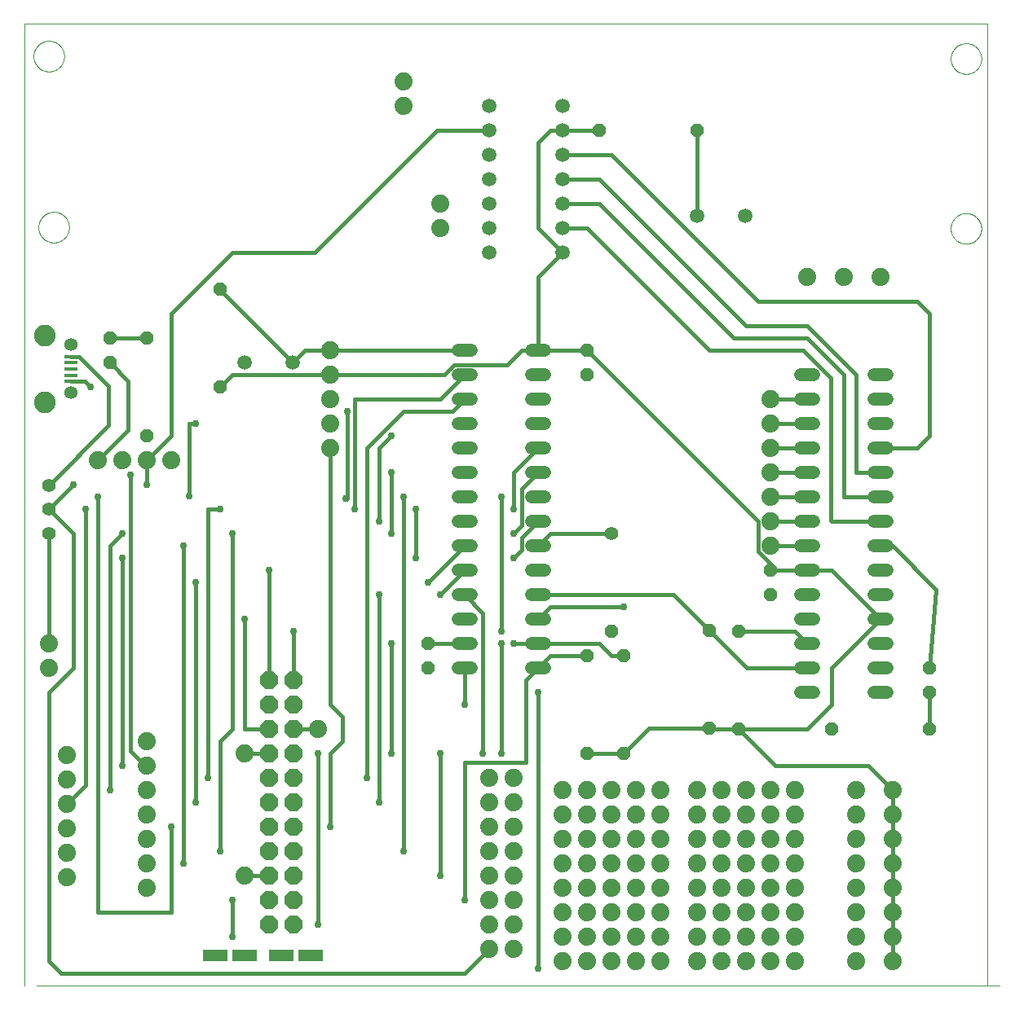
<source format=gtl>
G04 EAGLE Gerber RS-274X export*
G75*
%MOMM*%
%FSLAX34Y34*%
%LPD*%
%INTop Copper*%
%IPPOS*%
%AMOC8*
5,1,8,0,0,1.08239X$1,22.5*%
G01*
%ADD10C,0.000000*%
%ADD11C,1.320800*%
%ADD12R,1.350000X0.400000*%
%ADD13C,1.358000*%
%ADD14C,2.250000*%
%ADD15C,1.879600*%
%ADD16C,1.408000*%
%ADD17P,1.429621X8X112.500000*%
%ADD18C,1.508000*%
%ADD19P,1.429621X8X292.500000*%
%ADD20C,1.422400*%
%ADD21P,1.539592X8X292.500000*%
%ADD22P,1.429621X8X22.500000*%
%ADD23P,1.429621X8X202.500000*%
%ADD24P,2.034460X8X112.500000*%
%ADD25R,2.540000X1.270000*%
%ADD26C,0.406400*%
%ADD27C,0.756400*%


D10*
X1000000Y0D02*
X1000000Y1000000D01*
X0Y1000000D01*
X0Y0D01*
X9525Y966470D02*
X9530Y966860D01*
X9544Y967249D01*
X9568Y967638D01*
X9601Y968026D01*
X9644Y968413D01*
X9697Y968799D01*
X9759Y969184D01*
X9830Y969567D01*
X9911Y969948D01*
X10001Y970327D01*
X10100Y970704D01*
X10209Y971078D01*
X10326Y971450D01*
X10453Y971818D01*
X10589Y972183D01*
X10733Y972545D01*
X10887Y972903D01*
X11049Y973257D01*
X11220Y973608D01*
X11399Y973953D01*
X11587Y974295D01*
X11784Y974631D01*
X11988Y974963D01*
X12200Y975290D01*
X12421Y975611D01*
X12649Y975927D01*
X12885Y976237D01*
X13128Y976541D01*
X13379Y976839D01*
X13637Y977131D01*
X13903Y977416D01*
X14175Y977695D01*
X14454Y977967D01*
X14739Y978233D01*
X15031Y978491D01*
X15329Y978742D01*
X15633Y978985D01*
X15943Y979221D01*
X16259Y979449D01*
X16580Y979670D01*
X16907Y979882D01*
X17239Y980086D01*
X17575Y980283D01*
X17917Y980471D01*
X18262Y980650D01*
X18613Y980821D01*
X18967Y980983D01*
X19325Y981137D01*
X19687Y981281D01*
X20052Y981417D01*
X20420Y981544D01*
X20792Y981661D01*
X21166Y981770D01*
X21543Y981869D01*
X21922Y981959D01*
X22303Y982040D01*
X22686Y982111D01*
X23071Y982173D01*
X23457Y982226D01*
X23844Y982269D01*
X24232Y982302D01*
X24621Y982326D01*
X25010Y982340D01*
X25400Y982345D01*
X25790Y982340D01*
X26179Y982326D01*
X26568Y982302D01*
X26956Y982269D01*
X27343Y982226D01*
X27729Y982173D01*
X28114Y982111D01*
X28497Y982040D01*
X28878Y981959D01*
X29257Y981869D01*
X29634Y981770D01*
X30008Y981661D01*
X30380Y981544D01*
X30748Y981417D01*
X31113Y981281D01*
X31475Y981137D01*
X31833Y980983D01*
X32187Y980821D01*
X32538Y980650D01*
X32883Y980471D01*
X33225Y980283D01*
X33561Y980086D01*
X33893Y979882D01*
X34220Y979670D01*
X34541Y979449D01*
X34857Y979221D01*
X35167Y978985D01*
X35471Y978742D01*
X35769Y978491D01*
X36061Y978233D01*
X36346Y977967D01*
X36625Y977695D01*
X36897Y977416D01*
X37163Y977131D01*
X37421Y976839D01*
X37672Y976541D01*
X37915Y976237D01*
X38151Y975927D01*
X38379Y975611D01*
X38600Y975290D01*
X38812Y974963D01*
X39016Y974631D01*
X39213Y974295D01*
X39401Y973953D01*
X39580Y973608D01*
X39751Y973257D01*
X39913Y972903D01*
X40067Y972545D01*
X40211Y972183D01*
X40347Y971818D01*
X40474Y971450D01*
X40591Y971078D01*
X40700Y970704D01*
X40799Y970327D01*
X40889Y969948D01*
X40970Y969567D01*
X41041Y969184D01*
X41103Y968799D01*
X41156Y968413D01*
X41199Y968026D01*
X41232Y967638D01*
X41256Y967249D01*
X41270Y966860D01*
X41275Y966470D01*
X41270Y966080D01*
X41256Y965691D01*
X41232Y965302D01*
X41199Y964914D01*
X41156Y964527D01*
X41103Y964141D01*
X41041Y963756D01*
X40970Y963373D01*
X40889Y962992D01*
X40799Y962613D01*
X40700Y962236D01*
X40591Y961862D01*
X40474Y961490D01*
X40347Y961122D01*
X40211Y960757D01*
X40067Y960395D01*
X39913Y960037D01*
X39751Y959683D01*
X39580Y959332D01*
X39401Y958987D01*
X39213Y958645D01*
X39016Y958309D01*
X38812Y957977D01*
X38600Y957650D01*
X38379Y957329D01*
X38151Y957013D01*
X37915Y956703D01*
X37672Y956399D01*
X37421Y956101D01*
X37163Y955809D01*
X36897Y955524D01*
X36625Y955245D01*
X36346Y954973D01*
X36061Y954707D01*
X35769Y954449D01*
X35471Y954198D01*
X35167Y953955D01*
X34857Y953719D01*
X34541Y953491D01*
X34220Y953270D01*
X33893Y953058D01*
X33561Y952854D01*
X33225Y952657D01*
X32883Y952469D01*
X32538Y952290D01*
X32187Y952119D01*
X31833Y951957D01*
X31475Y951803D01*
X31113Y951659D01*
X30748Y951523D01*
X30380Y951396D01*
X30008Y951279D01*
X29634Y951170D01*
X29257Y951071D01*
X28878Y950981D01*
X28497Y950900D01*
X28114Y950829D01*
X27729Y950767D01*
X27343Y950714D01*
X26956Y950671D01*
X26568Y950638D01*
X26179Y950614D01*
X25790Y950600D01*
X25400Y950595D01*
X25010Y950600D01*
X24621Y950614D01*
X24232Y950638D01*
X23844Y950671D01*
X23457Y950714D01*
X23071Y950767D01*
X22686Y950829D01*
X22303Y950900D01*
X21922Y950981D01*
X21543Y951071D01*
X21166Y951170D01*
X20792Y951279D01*
X20420Y951396D01*
X20052Y951523D01*
X19687Y951659D01*
X19325Y951803D01*
X18967Y951957D01*
X18613Y952119D01*
X18262Y952290D01*
X17917Y952469D01*
X17575Y952657D01*
X17239Y952854D01*
X16907Y953058D01*
X16580Y953270D01*
X16259Y953491D01*
X15943Y953719D01*
X15633Y953955D01*
X15329Y954198D01*
X15031Y954449D01*
X14739Y954707D01*
X14454Y954973D01*
X14175Y955245D01*
X13903Y955524D01*
X13637Y955809D01*
X13379Y956101D01*
X13128Y956399D01*
X12885Y956703D01*
X12649Y957013D01*
X12421Y957329D01*
X12200Y957650D01*
X11988Y957977D01*
X11784Y958309D01*
X11587Y958645D01*
X11399Y958987D01*
X11220Y959332D01*
X11049Y959683D01*
X10887Y960037D01*
X10733Y960395D01*
X10589Y960757D01*
X10453Y961122D01*
X10326Y961490D01*
X10209Y961862D01*
X10100Y962236D01*
X10001Y962613D01*
X9911Y962992D01*
X9830Y963373D01*
X9759Y963756D01*
X9697Y964141D01*
X9644Y964527D01*
X9601Y964914D01*
X9568Y965302D01*
X9544Y965691D01*
X9530Y966080D01*
X9525Y966470D01*
X14605Y788670D02*
X14610Y789060D01*
X14624Y789449D01*
X14648Y789838D01*
X14681Y790226D01*
X14724Y790613D01*
X14777Y790999D01*
X14839Y791384D01*
X14910Y791767D01*
X14991Y792148D01*
X15081Y792527D01*
X15180Y792904D01*
X15289Y793278D01*
X15406Y793650D01*
X15533Y794018D01*
X15669Y794383D01*
X15813Y794745D01*
X15967Y795103D01*
X16129Y795457D01*
X16300Y795808D01*
X16479Y796153D01*
X16667Y796495D01*
X16864Y796831D01*
X17068Y797163D01*
X17280Y797490D01*
X17501Y797811D01*
X17729Y798127D01*
X17965Y798437D01*
X18208Y798741D01*
X18459Y799039D01*
X18717Y799331D01*
X18983Y799616D01*
X19255Y799895D01*
X19534Y800167D01*
X19819Y800433D01*
X20111Y800691D01*
X20409Y800942D01*
X20713Y801185D01*
X21023Y801421D01*
X21339Y801649D01*
X21660Y801870D01*
X21987Y802082D01*
X22319Y802286D01*
X22655Y802483D01*
X22997Y802671D01*
X23342Y802850D01*
X23693Y803021D01*
X24047Y803183D01*
X24405Y803337D01*
X24767Y803481D01*
X25132Y803617D01*
X25500Y803744D01*
X25872Y803861D01*
X26246Y803970D01*
X26623Y804069D01*
X27002Y804159D01*
X27383Y804240D01*
X27766Y804311D01*
X28151Y804373D01*
X28537Y804426D01*
X28924Y804469D01*
X29312Y804502D01*
X29701Y804526D01*
X30090Y804540D01*
X30480Y804545D01*
X30870Y804540D01*
X31259Y804526D01*
X31648Y804502D01*
X32036Y804469D01*
X32423Y804426D01*
X32809Y804373D01*
X33194Y804311D01*
X33577Y804240D01*
X33958Y804159D01*
X34337Y804069D01*
X34714Y803970D01*
X35088Y803861D01*
X35460Y803744D01*
X35828Y803617D01*
X36193Y803481D01*
X36555Y803337D01*
X36913Y803183D01*
X37267Y803021D01*
X37618Y802850D01*
X37963Y802671D01*
X38305Y802483D01*
X38641Y802286D01*
X38973Y802082D01*
X39300Y801870D01*
X39621Y801649D01*
X39937Y801421D01*
X40247Y801185D01*
X40551Y800942D01*
X40849Y800691D01*
X41141Y800433D01*
X41426Y800167D01*
X41705Y799895D01*
X41977Y799616D01*
X42243Y799331D01*
X42501Y799039D01*
X42752Y798741D01*
X42995Y798437D01*
X43231Y798127D01*
X43459Y797811D01*
X43680Y797490D01*
X43892Y797163D01*
X44096Y796831D01*
X44293Y796495D01*
X44481Y796153D01*
X44660Y795808D01*
X44831Y795457D01*
X44993Y795103D01*
X45147Y794745D01*
X45291Y794383D01*
X45427Y794018D01*
X45554Y793650D01*
X45671Y793278D01*
X45780Y792904D01*
X45879Y792527D01*
X45969Y792148D01*
X46050Y791767D01*
X46121Y791384D01*
X46183Y790999D01*
X46236Y790613D01*
X46279Y790226D01*
X46312Y789838D01*
X46336Y789449D01*
X46350Y789060D01*
X46355Y788670D01*
X46350Y788280D01*
X46336Y787891D01*
X46312Y787502D01*
X46279Y787114D01*
X46236Y786727D01*
X46183Y786341D01*
X46121Y785956D01*
X46050Y785573D01*
X45969Y785192D01*
X45879Y784813D01*
X45780Y784436D01*
X45671Y784062D01*
X45554Y783690D01*
X45427Y783322D01*
X45291Y782957D01*
X45147Y782595D01*
X44993Y782237D01*
X44831Y781883D01*
X44660Y781532D01*
X44481Y781187D01*
X44293Y780845D01*
X44096Y780509D01*
X43892Y780177D01*
X43680Y779850D01*
X43459Y779529D01*
X43231Y779213D01*
X42995Y778903D01*
X42752Y778599D01*
X42501Y778301D01*
X42243Y778009D01*
X41977Y777724D01*
X41705Y777445D01*
X41426Y777173D01*
X41141Y776907D01*
X40849Y776649D01*
X40551Y776398D01*
X40247Y776155D01*
X39937Y775919D01*
X39621Y775691D01*
X39300Y775470D01*
X38973Y775258D01*
X38641Y775054D01*
X38305Y774857D01*
X37963Y774669D01*
X37618Y774490D01*
X37267Y774319D01*
X36913Y774157D01*
X36555Y774003D01*
X36193Y773859D01*
X35828Y773723D01*
X35460Y773596D01*
X35088Y773479D01*
X34714Y773370D01*
X34337Y773271D01*
X33958Y773181D01*
X33577Y773100D01*
X33194Y773029D01*
X32809Y772967D01*
X32423Y772914D01*
X32036Y772871D01*
X31648Y772838D01*
X31259Y772814D01*
X30870Y772800D01*
X30480Y772795D01*
X30090Y772800D01*
X29701Y772814D01*
X29312Y772838D01*
X28924Y772871D01*
X28537Y772914D01*
X28151Y772967D01*
X27766Y773029D01*
X27383Y773100D01*
X27002Y773181D01*
X26623Y773271D01*
X26246Y773370D01*
X25872Y773479D01*
X25500Y773596D01*
X25132Y773723D01*
X24767Y773859D01*
X24405Y774003D01*
X24047Y774157D01*
X23693Y774319D01*
X23342Y774490D01*
X22997Y774669D01*
X22655Y774857D01*
X22319Y775054D01*
X21987Y775258D01*
X21660Y775470D01*
X21339Y775691D01*
X21023Y775919D01*
X20713Y776155D01*
X20409Y776398D01*
X20111Y776649D01*
X19819Y776907D01*
X19534Y777173D01*
X19255Y777445D01*
X18983Y777724D01*
X18717Y778009D01*
X18459Y778301D01*
X18208Y778599D01*
X17965Y778903D01*
X17729Y779213D01*
X17501Y779529D01*
X17280Y779850D01*
X17068Y780177D01*
X16864Y780509D01*
X16667Y780845D01*
X16479Y781187D01*
X16300Y781532D01*
X16129Y781883D01*
X15967Y782237D01*
X15813Y782595D01*
X15669Y782957D01*
X15533Y783322D01*
X15406Y783690D01*
X15289Y784062D01*
X15180Y784436D01*
X15081Y784813D01*
X14991Y785192D01*
X14910Y785573D01*
X14839Y785956D01*
X14777Y786341D01*
X14724Y786727D01*
X14681Y787114D01*
X14648Y787502D01*
X14624Y787891D01*
X14610Y788280D01*
X14605Y788670D01*
X962025Y963930D02*
X962030Y964320D01*
X962044Y964709D01*
X962068Y965098D01*
X962101Y965486D01*
X962144Y965873D01*
X962197Y966259D01*
X962259Y966644D01*
X962330Y967027D01*
X962411Y967408D01*
X962501Y967787D01*
X962600Y968164D01*
X962709Y968538D01*
X962826Y968910D01*
X962953Y969278D01*
X963089Y969643D01*
X963233Y970005D01*
X963387Y970363D01*
X963549Y970717D01*
X963720Y971068D01*
X963899Y971413D01*
X964087Y971755D01*
X964284Y972091D01*
X964488Y972423D01*
X964700Y972750D01*
X964921Y973071D01*
X965149Y973387D01*
X965385Y973697D01*
X965628Y974001D01*
X965879Y974299D01*
X966137Y974591D01*
X966403Y974876D01*
X966675Y975155D01*
X966954Y975427D01*
X967239Y975693D01*
X967531Y975951D01*
X967829Y976202D01*
X968133Y976445D01*
X968443Y976681D01*
X968759Y976909D01*
X969080Y977130D01*
X969407Y977342D01*
X969739Y977546D01*
X970075Y977743D01*
X970417Y977931D01*
X970762Y978110D01*
X971113Y978281D01*
X971467Y978443D01*
X971825Y978597D01*
X972187Y978741D01*
X972552Y978877D01*
X972920Y979004D01*
X973292Y979121D01*
X973666Y979230D01*
X974043Y979329D01*
X974422Y979419D01*
X974803Y979500D01*
X975186Y979571D01*
X975571Y979633D01*
X975957Y979686D01*
X976344Y979729D01*
X976732Y979762D01*
X977121Y979786D01*
X977510Y979800D01*
X977900Y979805D01*
X978290Y979800D01*
X978679Y979786D01*
X979068Y979762D01*
X979456Y979729D01*
X979843Y979686D01*
X980229Y979633D01*
X980614Y979571D01*
X980997Y979500D01*
X981378Y979419D01*
X981757Y979329D01*
X982134Y979230D01*
X982508Y979121D01*
X982880Y979004D01*
X983248Y978877D01*
X983613Y978741D01*
X983975Y978597D01*
X984333Y978443D01*
X984687Y978281D01*
X985038Y978110D01*
X985383Y977931D01*
X985725Y977743D01*
X986061Y977546D01*
X986393Y977342D01*
X986720Y977130D01*
X987041Y976909D01*
X987357Y976681D01*
X987667Y976445D01*
X987971Y976202D01*
X988269Y975951D01*
X988561Y975693D01*
X988846Y975427D01*
X989125Y975155D01*
X989397Y974876D01*
X989663Y974591D01*
X989921Y974299D01*
X990172Y974001D01*
X990415Y973697D01*
X990651Y973387D01*
X990879Y973071D01*
X991100Y972750D01*
X991312Y972423D01*
X991516Y972091D01*
X991713Y971755D01*
X991901Y971413D01*
X992080Y971068D01*
X992251Y970717D01*
X992413Y970363D01*
X992567Y970005D01*
X992711Y969643D01*
X992847Y969278D01*
X992974Y968910D01*
X993091Y968538D01*
X993200Y968164D01*
X993299Y967787D01*
X993389Y967408D01*
X993470Y967027D01*
X993541Y966644D01*
X993603Y966259D01*
X993656Y965873D01*
X993699Y965486D01*
X993732Y965098D01*
X993756Y964709D01*
X993770Y964320D01*
X993775Y963930D01*
X993770Y963540D01*
X993756Y963151D01*
X993732Y962762D01*
X993699Y962374D01*
X993656Y961987D01*
X993603Y961601D01*
X993541Y961216D01*
X993470Y960833D01*
X993389Y960452D01*
X993299Y960073D01*
X993200Y959696D01*
X993091Y959322D01*
X992974Y958950D01*
X992847Y958582D01*
X992711Y958217D01*
X992567Y957855D01*
X992413Y957497D01*
X992251Y957143D01*
X992080Y956792D01*
X991901Y956447D01*
X991713Y956105D01*
X991516Y955769D01*
X991312Y955437D01*
X991100Y955110D01*
X990879Y954789D01*
X990651Y954473D01*
X990415Y954163D01*
X990172Y953859D01*
X989921Y953561D01*
X989663Y953269D01*
X989397Y952984D01*
X989125Y952705D01*
X988846Y952433D01*
X988561Y952167D01*
X988269Y951909D01*
X987971Y951658D01*
X987667Y951415D01*
X987357Y951179D01*
X987041Y950951D01*
X986720Y950730D01*
X986393Y950518D01*
X986061Y950314D01*
X985725Y950117D01*
X985383Y949929D01*
X985038Y949750D01*
X984687Y949579D01*
X984333Y949417D01*
X983975Y949263D01*
X983613Y949119D01*
X983248Y948983D01*
X982880Y948856D01*
X982508Y948739D01*
X982134Y948630D01*
X981757Y948531D01*
X981378Y948441D01*
X980997Y948360D01*
X980614Y948289D01*
X980229Y948227D01*
X979843Y948174D01*
X979456Y948131D01*
X979068Y948098D01*
X978679Y948074D01*
X978290Y948060D01*
X977900Y948055D01*
X977510Y948060D01*
X977121Y948074D01*
X976732Y948098D01*
X976344Y948131D01*
X975957Y948174D01*
X975571Y948227D01*
X975186Y948289D01*
X974803Y948360D01*
X974422Y948441D01*
X974043Y948531D01*
X973666Y948630D01*
X973292Y948739D01*
X972920Y948856D01*
X972552Y948983D01*
X972187Y949119D01*
X971825Y949263D01*
X971467Y949417D01*
X971113Y949579D01*
X970762Y949750D01*
X970417Y949929D01*
X970075Y950117D01*
X969739Y950314D01*
X969407Y950518D01*
X969080Y950730D01*
X968759Y950951D01*
X968443Y951179D01*
X968133Y951415D01*
X967829Y951658D01*
X967531Y951909D01*
X967239Y952167D01*
X966954Y952433D01*
X966675Y952705D01*
X966403Y952984D01*
X966137Y953269D01*
X965879Y953561D01*
X965628Y953859D01*
X965385Y954163D01*
X965149Y954473D01*
X964921Y954789D01*
X964700Y955110D01*
X964488Y955437D01*
X964284Y955769D01*
X964087Y956105D01*
X963899Y956447D01*
X963720Y956792D01*
X963549Y957143D01*
X963387Y957497D01*
X963233Y957855D01*
X963089Y958217D01*
X962953Y958582D01*
X962826Y958950D01*
X962709Y959322D01*
X962600Y959696D01*
X962501Y960073D01*
X962411Y960452D01*
X962330Y960833D01*
X962259Y961216D01*
X962197Y961601D01*
X962144Y961987D01*
X962101Y962374D01*
X962068Y962762D01*
X962044Y963151D01*
X962030Y963540D01*
X962025Y963930D01*
X962025Y787400D02*
X962030Y787790D01*
X962044Y788179D01*
X962068Y788568D01*
X962101Y788956D01*
X962144Y789343D01*
X962197Y789729D01*
X962259Y790114D01*
X962330Y790497D01*
X962411Y790878D01*
X962501Y791257D01*
X962600Y791634D01*
X962709Y792008D01*
X962826Y792380D01*
X962953Y792748D01*
X963089Y793113D01*
X963233Y793475D01*
X963387Y793833D01*
X963549Y794187D01*
X963720Y794538D01*
X963899Y794883D01*
X964087Y795225D01*
X964284Y795561D01*
X964488Y795893D01*
X964700Y796220D01*
X964921Y796541D01*
X965149Y796857D01*
X965385Y797167D01*
X965628Y797471D01*
X965879Y797769D01*
X966137Y798061D01*
X966403Y798346D01*
X966675Y798625D01*
X966954Y798897D01*
X967239Y799163D01*
X967531Y799421D01*
X967829Y799672D01*
X968133Y799915D01*
X968443Y800151D01*
X968759Y800379D01*
X969080Y800600D01*
X969407Y800812D01*
X969739Y801016D01*
X970075Y801213D01*
X970417Y801401D01*
X970762Y801580D01*
X971113Y801751D01*
X971467Y801913D01*
X971825Y802067D01*
X972187Y802211D01*
X972552Y802347D01*
X972920Y802474D01*
X973292Y802591D01*
X973666Y802700D01*
X974043Y802799D01*
X974422Y802889D01*
X974803Y802970D01*
X975186Y803041D01*
X975571Y803103D01*
X975957Y803156D01*
X976344Y803199D01*
X976732Y803232D01*
X977121Y803256D01*
X977510Y803270D01*
X977900Y803275D01*
X978290Y803270D01*
X978679Y803256D01*
X979068Y803232D01*
X979456Y803199D01*
X979843Y803156D01*
X980229Y803103D01*
X980614Y803041D01*
X980997Y802970D01*
X981378Y802889D01*
X981757Y802799D01*
X982134Y802700D01*
X982508Y802591D01*
X982880Y802474D01*
X983248Y802347D01*
X983613Y802211D01*
X983975Y802067D01*
X984333Y801913D01*
X984687Y801751D01*
X985038Y801580D01*
X985383Y801401D01*
X985725Y801213D01*
X986061Y801016D01*
X986393Y800812D01*
X986720Y800600D01*
X987041Y800379D01*
X987357Y800151D01*
X987667Y799915D01*
X987971Y799672D01*
X988269Y799421D01*
X988561Y799163D01*
X988846Y798897D01*
X989125Y798625D01*
X989397Y798346D01*
X989663Y798061D01*
X989921Y797769D01*
X990172Y797471D01*
X990415Y797167D01*
X990651Y796857D01*
X990879Y796541D01*
X991100Y796220D01*
X991312Y795893D01*
X991516Y795561D01*
X991713Y795225D01*
X991901Y794883D01*
X992080Y794538D01*
X992251Y794187D01*
X992413Y793833D01*
X992567Y793475D01*
X992711Y793113D01*
X992847Y792748D01*
X992974Y792380D01*
X993091Y792008D01*
X993200Y791634D01*
X993299Y791257D01*
X993389Y790878D01*
X993470Y790497D01*
X993541Y790114D01*
X993603Y789729D01*
X993656Y789343D01*
X993699Y788956D01*
X993732Y788568D01*
X993756Y788179D01*
X993770Y787790D01*
X993775Y787400D01*
X993770Y787010D01*
X993756Y786621D01*
X993732Y786232D01*
X993699Y785844D01*
X993656Y785457D01*
X993603Y785071D01*
X993541Y784686D01*
X993470Y784303D01*
X993389Y783922D01*
X993299Y783543D01*
X993200Y783166D01*
X993091Y782792D01*
X992974Y782420D01*
X992847Y782052D01*
X992711Y781687D01*
X992567Y781325D01*
X992413Y780967D01*
X992251Y780613D01*
X992080Y780262D01*
X991901Y779917D01*
X991713Y779575D01*
X991516Y779239D01*
X991312Y778907D01*
X991100Y778580D01*
X990879Y778259D01*
X990651Y777943D01*
X990415Y777633D01*
X990172Y777329D01*
X989921Y777031D01*
X989663Y776739D01*
X989397Y776454D01*
X989125Y776175D01*
X988846Y775903D01*
X988561Y775637D01*
X988269Y775379D01*
X987971Y775128D01*
X987667Y774885D01*
X987357Y774649D01*
X987041Y774421D01*
X986720Y774200D01*
X986393Y773988D01*
X986061Y773784D01*
X985725Y773587D01*
X985383Y773399D01*
X985038Y773220D01*
X984687Y773049D01*
X984333Y772887D01*
X983975Y772733D01*
X983613Y772589D01*
X983248Y772453D01*
X982880Y772326D01*
X982508Y772209D01*
X982134Y772100D01*
X981757Y772001D01*
X981378Y771911D01*
X980997Y771830D01*
X980614Y771759D01*
X980229Y771697D01*
X979843Y771644D01*
X979456Y771601D01*
X979068Y771568D01*
X978679Y771544D01*
X978290Y771530D01*
X977900Y771525D01*
X977510Y771530D01*
X977121Y771544D01*
X976732Y771568D01*
X976344Y771601D01*
X975957Y771644D01*
X975571Y771697D01*
X975186Y771759D01*
X974803Y771830D01*
X974422Y771911D01*
X974043Y772001D01*
X973666Y772100D01*
X973292Y772209D01*
X972920Y772326D01*
X972552Y772453D01*
X972187Y772589D01*
X971825Y772733D01*
X971467Y772887D01*
X971113Y773049D01*
X970762Y773220D01*
X970417Y773399D01*
X970075Y773587D01*
X969739Y773784D01*
X969407Y773988D01*
X969080Y774200D01*
X968759Y774421D01*
X968443Y774649D01*
X968133Y774885D01*
X967829Y775128D01*
X967531Y775379D01*
X967239Y775637D01*
X966954Y775903D01*
X966675Y776175D01*
X966403Y776454D01*
X966137Y776739D01*
X965879Y777031D01*
X965628Y777329D01*
X965385Y777633D01*
X965149Y777943D01*
X964921Y778259D01*
X964700Y778580D01*
X964488Y778907D01*
X964284Y779239D01*
X964087Y779575D01*
X963899Y779917D01*
X963720Y780262D01*
X963549Y780613D01*
X963387Y780967D01*
X963233Y781325D01*
X963089Y781687D01*
X962953Y782052D01*
X962826Y782420D01*
X962709Y782792D01*
X962600Y783166D01*
X962501Y783543D01*
X962411Y783922D01*
X962330Y784303D01*
X962259Y784686D01*
X962197Y785071D01*
X962144Y785457D01*
X962101Y785844D01*
X962068Y786232D01*
X962044Y786621D01*
X962030Y787010D01*
X962025Y787400D01*
X1012700Y0D02*
X12700Y0D01*
D11*
X450596Y660400D02*
X463804Y660400D01*
X463804Y635000D02*
X450596Y635000D01*
X450596Y609600D02*
X463804Y609600D01*
X463804Y584200D02*
X450596Y584200D01*
X450596Y558800D02*
X463804Y558800D01*
X463804Y533400D02*
X450596Y533400D01*
X450596Y508000D02*
X463804Y508000D01*
X463804Y482600D02*
X450596Y482600D01*
X450596Y457200D02*
X463804Y457200D01*
X463804Y431800D02*
X450596Y431800D01*
X450596Y406400D02*
X463804Y406400D01*
X463804Y381000D02*
X450596Y381000D01*
X450596Y355600D02*
X463804Y355600D01*
X463804Y330200D02*
X450596Y330200D01*
X526796Y330200D02*
X540004Y330200D01*
X540004Y355600D02*
X526796Y355600D01*
X526796Y381000D02*
X540004Y381000D01*
X540004Y406400D02*
X526796Y406400D01*
X526796Y431800D02*
X540004Y431800D01*
X540004Y457200D02*
X526796Y457200D01*
X526796Y482600D02*
X540004Y482600D01*
X540004Y508000D02*
X526796Y508000D01*
X526796Y533400D02*
X540004Y533400D01*
X540004Y558800D02*
X526796Y558800D01*
X526796Y584200D02*
X540004Y584200D01*
X540004Y609600D02*
X526796Y609600D01*
X526796Y635000D02*
X540004Y635000D01*
X540004Y660400D02*
X526796Y660400D01*
D12*
X48590Y654350D03*
X48590Y647850D03*
X48590Y641350D03*
X48590Y634850D03*
X48590Y628350D03*
D13*
X48590Y666350D03*
X48590Y616350D03*
D14*
X21590Y676350D03*
X21590Y606350D03*
D15*
X25400Y330200D03*
X25400Y355600D03*
D16*
X25400Y520300D03*
X25400Y495300D03*
X25400Y470300D03*
D15*
X76200Y546100D03*
X101600Y546100D03*
X127000Y546100D03*
X152400Y546100D03*
D17*
X88900Y647700D03*
X88900Y673100D03*
X127000Y571500D03*
X127000Y673100D03*
D15*
X317500Y660400D03*
X317500Y635000D03*
X317500Y609600D03*
X317500Y584200D03*
X317500Y558800D03*
D18*
X279000Y647700D03*
X229000Y647700D03*
D19*
X203200Y723900D03*
X203200Y622300D03*
X584200Y660400D03*
X584200Y635000D03*
X419100Y355600D03*
X419100Y330200D03*
D20*
X609600Y469900D03*
D21*
X609600Y368300D03*
D15*
X44450Y240030D03*
X44450Y214630D03*
X44450Y189230D03*
X44450Y163830D03*
X44450Y138430D03*
X44450Y113030D03*
X127000Y254000D03*
X127000Y228600D03*
X127000Y203200D03*
X127000Y177800D03*
X127000Y152400D03*
X127000Y127000D03*
X127000Y101600D03*
D11*
X806196Y635000D02*
X819404Y635000D01*
X819404Y609600D02*
X806196Y609600D01*
X806196Y584200D02*
X819404Y584200D01*
X819404Y558800D02*
X806196Y558800D01*
X806196Y533400D02*
X819404Y533400D01*
X819404Y508000D02*
X806196Y508000D01*
X806196Y482600D02*
X819404Y482600D01*
X819404Y457200D02*
X806196Y457200D01*
X806196Y431800D02*
X819404Y431800D01*
X819404Y406400D02*
X806196Y406400D01*
X806196Y381000D02*
X819404Y381000D01*
X819404Y355600D02*
X806196Y355600D01*
X806196Y330200D02*
X819404Y330200D01*
X819404Y304800D02*
X806196Y304800D01*
X882396Y304800D02*
X895604Y304800D01*
X895604Y330200D02*
X882396Y330200D01*
X882396Y355600D02*
X895604Y355600D01*
X895604Y381000D02*
X882396Y381000D01*
X882396Y406400D02*
X895604Y406400D01*
X895604Y431800D02*
X882396Y431800D01*
X882396Y457200D02*
X895604Y457200D01*
X895604Y482600D02*
X882396Y482600D01*
X882396Y508000D02*
X895604Y508000D01*
X895604Y533400D02*
X882396Y533400D01*
X882396Y558800D02*
X895604Y558800D01*
X895604Y584200D02*
X882396Y584200D01*
X882396Y609600D02*
X895604Y609600D01*
X895604Y635000D02*
X882396Y635000D01*
D19*
X774700Y431800D03*
X774700Y406400D03*
D17*
X741680Y266700D03*
X741680Y368300D03*
X711200Y267970D03*
X711200Y369570D03*
D19*
X939800Y330200D03*
X939800Y304800D03*
D22*
X838200Y266700D03*
X939800Y266700D03*
D18*
X698900Y800100D03*
X748900Y800100D03*
D23*
X698500Y889000D03*
X596900Y889000D03*
D18*
X482600Y914400D03*
X482600Y889000D03*
X482600Y863600D03*
X482600Y838200D03*
X482600Y812800D03*
X482600Y787400D03*
X482600Y762000D03*
X558800Y762000D03*
X558800Y787400D03*
X558800Y812800D03*
X558800Y838200D03*
X558800Y863600D03*
X558800Y889000D03*
X558800Y914400D03*
D15*
X393700Y914400D03*
X393700Y939800D03*
X431800Y787400D03*
X431800Y812800D03*
D24*
X279400Y63500D03*
X254000Y63500D03*
X279400Y88900D03*
X254000Y88900D03*
X279400Y114300D03*
X254000Y114300D03*
X279400Y139700D03*
X254000Y139700D03*
X279400Y165100D03*
X254000Y165100D03*
X279400Y190500D03*
X254000Y190500D03*
X279400Y215900D03*
X254000Y215900D03*
X279400Y241300D03*
X254000Y241300D03*
X279400Y266700D03*
X254000Y266700D03*
X279400Y292100D03*
X254000Y292100D03*
X279400Y317500D03*
X254000Y317500D03*
D25*
X297180Y31750D03*
X266700Y31750D03*
X228600Y31750D03*
X198120Y31750D03*
D17*
X584200Y241300D03*
X584200Y342900D03*
X622300Y241300D03*
X622300Y342900D03*
D15*
X228600Y114300D03*
X228600Y241300D03*
X304800Y266700D03*
X774700Y609600D03*
X774700Y584200D03*
X774700Y558800D03*
X774700Y533400D03*
X774700Y508000D03*
X774700Y482600D03*
X774700Y457200D03*
X889000Y736600D03*
X850900Y736600D03*
X812800Y736600D03*
X660400Y203200D03*
X660400Y177800D03*
X660400Y152400D03*
X660400Y127000D03*
X660400Y101600D03*
X660400Y76200D03*
X660400Y50800D03*
X660400Y25400D03*
X635000Y203200D03*
X635000Y177800D03*
X635000Y152400D03*
X635000Y127000D03*
X635000Y101600D03*
X635000Y76200D03*
X635000Y50800D03*
X635000Y25400D03*
X609600Y203200D03*
X609600Y177800D03*
X609600Y152400D03*
X609600Y127000D03*
X609600Y101600D03*
X609600Y76200D03*
X609600Y50800D03*
X609600Y25400D03*
X584200Y203200D03*
X584200Y177800D03*
X584200Y152400D03*
X584200Y127000D03*
X584200Y101600D03*
X584200Y76200D03*
X584200Y50800D03*
X584200Y25400D03*
X558800Y203200D03*
X558800Y177800D03*
X558800Y152400D03*
X558800Y127000D03*
X558800Y101600D03*
X558800Y76200D03*
X558800Y50800D03*
X558800Y25400D03*
X901700Y25400D03*
X901700Y50800D03*
X901700Y76200D03*
X901700Y101600D03*
X901700Y127000D03*
X901700Y152400D03*
X901700Y177800D03*
X901700Y203200D03*
X508000Y38100D03*
X508000Y63500D03*
X508000Y88900D03*
X508000Y114300D03*
X508000Y139700D03*
X508000Y165100D03*
X508000Y190500D03*
X508000Y215900D03*
X863600Y25400D03*
X863600Y50800D03*
X863600Y76200D03*
X863600Y101600D03*
X863600Y127000D03*
X863600Y152400D03*
X863600Y177800D03*
X863600Y203200D03*
X482600Y38100D03*
X482600Y63500D03*
X482600Y88900D03*
X482600Y114300D03*
X482600Y139700D03*
X482600Y165100D03*
X482600Y190500D03*
X482600Y215900D03*
X698500Y25400D03*
X698500Y50800D03*
X698500Y76200D03*
X698500Y101600D03*
X698500Y127000D03*
X698500Y152400D03*
X698500Y177800D03*
X698500Y203200D03*
X723900Y25400D03*
X723900Y50800D03*
X723900Y76200D03*
X723900Y101600D03*
X723900Y127000D03*
X723900Y152400D03*
X723900Y177800D03*
X723900Y203200D03*
X749300Y25400D03*
X749300Y50800D03*
X749300Y76200D03*
X749300Y101600D03*
X749300Y127000D03*
X749300Y152400D03*
X749300Y177800D03*
X749300Y203200D03*
X774700Y25400D03*
X774700Y50800D03*
X774700Y76200D03*
X774700Y101600D03*
X774700Y127000D03*
X774700Y152400D03*
X774700Y177800D03*
X774700Y203200D03*
X800100Y25400D03*
X800100Y50800D03*
X800100Y76200D03*
X800100Y101600D03*
X800100Y127000D03*
X800100Y152400D03*
X800100Y177800D03*
X800100Y203200D03*
D26*
X87630Y582530D02*
X25400Y520300D01*
X87630Y582530D02*
X87630Y623570D01*
X56850Y654350D02*
X48590Y654350D01*
X56850Y654350D02*
X87630Y623570D01*
X62530Y628350D02*
X48590Y628350D01*
X62530Y628350D02*
X68580Y622300D01*
D27*
X68580Y622300D03*
D26*
X25400Y470300D02*
X25400Y355600D01*
X25400Y495300D02*
X50800Y520700D01*
X127000Y520700D02*
X127000Y546100D01*
X152400Y571500D01*
X152400Y698500D01*
X215900Y762000D01*
X301808Y762000D01*
X428808Y889000D02*
X482600Y889000D01*
X428808Y889000D02*
X301808Y762000D01*
X25400Y304800D02*
X25400Y25400D01*
X38100Y12700D01*
X457200Y12700D01*
X482600Y38100D01*
X50800Y330200D02*
X25400Y304800D01*
X50800Y330200D02*
X50800Y469900D01*
X25400Y495300D01*
D27*
X127000Y520700D03*
X50800Y520700D03*
D26*
X203200Y622300D02*
X215900Y635000D01*
X317500Y635000D01*
X516272Y660400D02*
X533400Y660400D01*
X584200Y660400D01*
X533400Y660400D02*
X533400Y736600D01*
X558800Y762000D01*
X533400Y787400D01*
X533400Y876300D01*
X546100Y889000D01*
X558800Y889000D01*
X596900Y889000D01*
X584200Y660400D02*
X761746Y482854D01*
X774700Y438880D02*
X774700Y431800D01*
X761746Y451834D02*
X761746Y482854D01*
X761746Y451834D02*
X774700Y438880D01*
X774700Y431800D02*
X812800Y431800D01*
X838200Y431800D01*
X889000Y381000D01*
X838200Y330200D01*
X876300Y228600D02*
X901700Y203200D01*
X876300Y228600D02*
X779780Y228600D01*
X741680Y266700D01*
X901700Y203200D02*
X901700Y177800D01*
X901700Y152400D01*
X901700Y127000D01*
X901700Y101600D01*
X901700Y76200D01*
X901700Y50800D01*
X901700Y25400D01*
X622300Y241300D02*
X584200Y241300D01*
X495300Y241300D02*
X495300Y355600D01*
X436228Y635000D02*
X446388Y645160D01*
X436228Y635000D02*
X317500Y635000D01*
X501032Y645160D02*
X516272Y660400D01*
X501032Y645160D02*
X446388Y645160D01*
X107950Y577850D02*
X76200Y546100D01*
X107950Y628650D02*
X88900Y647700D01*
X107950Y628650D02*
X107950Y577850D01*
X648970Y267970D02*
X711200Y267970D01*
X648970Y267970D02*
X622300Y241300D01*
X304800Y241300D02*
X304800Y63500D01*
D27*
X304800Y63500D03*
X304800Y241300D03*
X495300Y241300D03*
X495300Y355600D03*
X381000Y241300D03*
D26*
X381000Y355600D01*
D27*
X381000Y355600D03*
D26*
X127000Y228600D02*
X125730Y228600D01*
X110490Y243840D01*
X110490Y530860D01*
D27*
X110490Y530860D03*
D26*
X838200Y330200D02*
X838200Y292100D01*
X812800Y266700D01*
X741680Y266700D01*
X712470Y266700D01*
X711200Y267970D01*
X457200Y355600D02*
X419100Y355600D01*
X127000Y673100D02*
X88900Y673100D01*
X317500Y660400D02*
X457200Y660400D01*
X317500Y660400D02*
X291700Y660400D01*
X279000Y647700D01*
X203200Y723500D01*
X203200Y723900D01*
X533400Y457200D02*
X546100Y469900D01*
X609600Y469900D01*
D27*
X335562Y596900D03*
D26*
X335562Y506730D01*
X334010Y506730D01*
D27*
X334010Y506730D03*
X63500Y495300D03*
D26*
X63500Y208280D01*
X44450Y189230D01*
X508000Y533400D02*
X533400Y558800D01*
X508000Y533400D02*
X508000Y495300D01*
D27*
X508000Y495300D03*
X406400Y495300D03*
D26*
X406400Y444500D01*
D27*
X406400Y444500D03*
X101600Y444500D03*
D26*
X101600Y228600D01*
D27*
X101600Y228600D03*
X381000Y571500D03*
D26*
X368300Y558800D01*
X368300Y482600D01*
D27*
X368300Y482600D03*
X101600Y469900D03*
D26*
X88900Y457200D01*
X88900Y203200D01*
D27*
X88900Y203200D03*
X165100Y127000D03*
D26*
X165100Y457200D01*
D27*
X165100Y457200D03*
X508000Y469900D03*
D26*
X516636Y478536D02*
X516636Y516636D01*
X516636Y478536D02*
X508000Y469900D01*
X516636Y516636D02*
X533400Y533400D01*
X741680Y368300D02*
X800100Y368300D01*
X812800Y355600D01*
X546100Y393700D02*
X533400Y381000D01*
X546100Y393700D02*
X622300Y393700D01*
D27*
X622300Y393700D03*
D26*
X750570Y330200D02*
X812800Y330200D01*
X750570Y330200D02*
X711200Y369570D01*
X674370Y406400D01*
X533400Y406400D01*
X946638Y412262D02*
X939800Y330200D01*
X946638Y412262D02*
X901700Y457200D01*
X889000Y457200D01*
X939800Y304800D02*
X939800Y266700D01*
X698500Y800500D02*
X698500Y889000D01*
X698500Y800500D02*
X698900Y800100D01*
X889000Y558800D02*
X927100Y558800D01*
X939800Y571500D01*
X939800Y698500D02*
X927100Y711200D01*
X939800Y698500D02*
X939800Y571500D01*
X762000Y711200D02*
X609600Y863600D01*
X558800Y863600D01*
X762000Y711200D02*
X927100Y711200D01*
X889000Y533400D02*
X863600Y533400D01*
X863600Y635000D01*
X812800Y685800D01*
X596900Y838200D02*
X558800Y838200D01*
X749300Y685800D02*
X812800Y685800D01*
X749300Y685800D02*
X596900Y838200D01*
X850900Y508000D02*
X889000Y508000D01*
X850900Y508000D02*
X850900Y635000D01*
X812800Y673100D01*
X736600Y673100D02*
X596900Y812800D01*
X558800Y812800D01*
X736600Y673100D02*
X812800Y673100D01*
X838200Y482600D02*
X889000Y482600D01*
X838200Y482600D02*
X837184Y483616D01*
X837184Y631588D02*
X808372Y660400D01*
X837184Y631588D02*
X837184Y483616D01*
X584200Y787400D02*
X558800Y787400D01*
X584200Y787400D02*
X711200Y660400D01*
X808372Y660400D01*
X622300Y342900D02*
X609600Y342900D01*
X596900Y355600D01*
X533400Y355600D01*
D27*
X215900Y88900D03*
D26*
X215900Y50800D01*
D27*
X215900Y50800D03*
X533400Y18006D03*
X533400Y304800D03*
X508000Y355600D03*
D26*
X533400Y355600D01*
X533400Y304800D02*
X533400Y18006D01*
X533400Y330200D02*
X546100Y342900D01*
X584200Y342900D01*
X533400Y330200D02*
X520700Y317500D01*
X520700Y232410D01*
X457200Y232410D01*
X457200Y88900D01*
D27*
X457200Y88900D03*
D26*
X431800Y609600D02*
X457200Y635000D01*
X431800Y609600D02*
X342900Y609600D01*
X342900Y495300D01*
D27*
X190500Y215900D03*
D26*
X190500Y495300D01*
X203200Y495300D01*
D27*
X203200Y495300D03*
X342900Y495300D03*
X177800Y190500D03*
D26*
X177800Y419100D01*
D27*
X177800Y419100D03*
X419100Y419100D03*
D26*
X457200Y457200D01*
D27*
X381000Y533400D03*
D26*
X381000Y469900D01*
D27*
X381000Y469900D03*
X215900Y469900D03*
D26*
X215900Y266700D01*
X203200Y254000D01*
X203200Y139700D01*
D27*
X203200Y139700D03*
D26*
X444500Y596900D02*
X457200Y609600D01*
X444500Y596900D02*
X393700Y596900D01*
X355600Y558800D01*
D27*
X355600Y215900D03*
D26*
X355600Y558800D01*
X457200Y431800D02*
X431800Y406400D01*
D27*
X431800Y406400D03*
X368300Y406400D03*
D26*
X368300Y190500D01*
D27*
X368300Y190500D03*
X393700Y139700D03*
X393700Y508000D03*
D26*
X393700Y139700D01*
X171450Y509270D02*
X171450Y584200D01*
X177800Y584200D01*
X76200Y508000D02*
X76200Y76200D01*
X152400Y76200D01*
X152400Y165100D01*
D27*
X177800Y584200D03*
X171450Y509270D03*
X76200Y508000D03*
X152400Y165100D03*
X317500Y165100D03*
D26*
X317500Y241300D01*
X330200Y254000D01*
X330200Y279400D01*
X317500Y292100D01*
X317500Y558800D01*
X254000Y266700D02*
X228600Y266700D01*
X228600Y381000D01*
D27*
X228600Y381000D03*
X457200Y292100D03*
D26*
X457200Y330200D01*
X279400Y317500D02*
X279400Y368300D01*
D27*
X279400Y368300D03*
X495300Y368300D03*
D26*
X495300Y508000D01*
D27*
X495300Y508000D03*
X431800Y114300D03*
D26*
X431800Y241300D01*
D27*
X431800Y241300D03*
X476250Y241300D03*
D26*
X476250Y387350D01*
X457200Y406400D01*
X254000Y431800D02*
X254000Y317500D01*
D27*
X254000Y431800D03*
X508000Y444500D03*
D26*
X516636Y453136D02*
X516636Y465836D01*
X516636Y453136D02*
X508000Y444500D01*
X516636Y465836D02*
X533400Y482600D01*
X304800Y266700D02*
X279400Y266700D01*
X254000Y241300D02*
X228600Y241300D01*
X228600Y114300D02*
X254000Y114300D01*
X774700Y609600D02*
X812800Y609600D01*
X812800Y584200D02*
X774700Y584200D01*
X774700Y558800D02*
X812800Y558800D01*
X812800Y533400D02*
X774700Y533400D01*
X774700Y508000D02*
X812800Y508000D01*
X812800Y482600D02*
X774700Y482600D01*
X774700Y457200D02*
X812800Y457200D01*
M02*

</source>
